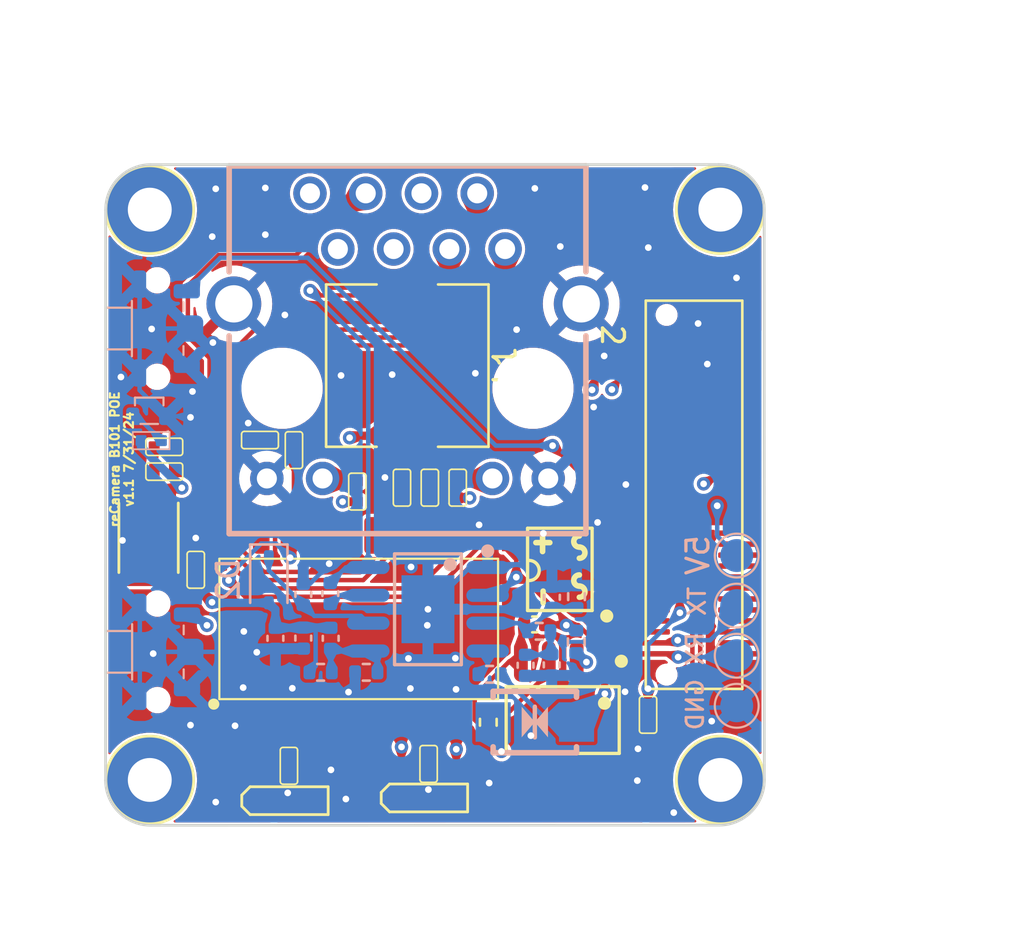
<source format=kicad_pcb>
(kicad_pcb (version 20240108) (generator "pcbnew") (generator_version "8.0")
  (layers (0 "F.Cu" signal) (1 "In1.Cu" signal) (2 "In2.Cu" signal) (31 "B.Cu" signal) (34 "B.Paste" user) (35 "F.Paste" user) (36 "B.SilkS" user "B.Silkscreen") (37 "F.SilkS" user "F.Silkscreen") (38 "B.Mask" user) (39 "F.Mask" user) (44 "Edge.Cuts" user))
  (net 0 "")
  (net 1 "+3V3")
  (net 2 "GND")
  (net 3 "Net-(C3-Pad2)")
  (net 4 "Net-(C4-Pad2)")
  (net 5 "+5V")
  (net 6 "USB_DN")
  (net 7 "USB_DP")
  (net 8 "SDIO_D1{slash}3V3")
  (net 9 "SDIO_D0{slash}3V3")
  (net 10 "SDIO_CLK{slash}3V3")
  (net 11 "SDIO_CMD{slash}3V3")
  (net 12 "SDIO_D3{slash}3V3")
  (net 13 "SDIO_D2{slash}3V3")
  (net 14 "USB_DET")
  (net 15 "DEBUG_UART0_TX")
  (net 16 "GPIO13")
  (net 17 "Net-(D10-+)")
  (net 18 "GPIO12")
  (net 19 "IIC1_SDA")
  (net 20 "IIC2_SCL")
  (net 21 "SDIO_CD{slash}3V3")
  (net 22 "nRESET")
  (net 23 "IIC2_SDA")
  (net 24 "EPHY_TXN")
  (net 25 "EPHY_RXP")
  (net 26 "PWR_WAKEUP1")
  (net 27 "IIC1_SCL")
  (net 28 "EPHY_RXN")
  (net 29 "UPGRAD_KEY{slash}WL_BT_EN")
  (net 30 "DEBUG_UART0_RX")
  (net 31 "EPHY_TXP")
  (net 32 "Net-(C5-Pad2)")
  (net 33 "Net-(C17-Pad2)")
  (net 34 "SD1_CLK")
  (net 35 "SD1_CMD")
  (net 36 "SD1_D0")
  (net 37 "SD1_D1")
  (net 38 "SD1_D2")
  (net 39 "SD1_D3")
  (net 40 "BT_UART1_TX")
  (net 41 "BT_UART1_RX")
  (net 42 "BT_UART1_RTS")
  (net 43 "BT_UART1_CTS")
  (net 49 "SD0_PWR_EN")
  (net 50 "VIN")
  (net 55 "RESERVE1")
  (net 58 "RESERVE2")
  (net 60 "+48V")
  (net 61 "/PHYTXN")
  (net 62 "/PHYTXP")
  (net 63 "/PHYRXP")
  (net 64 "/PHYRXN")
  (net 65 "POE_A2")
  (net 66 "POE_A1")
  (net 68 "Net-(RJ1-G+)")
  (net 71 "Net-(RJ1-Y+)")
  (net 73 "Net-(C10-Pad2)")
  (net 74 "Net-(U3-EN)")
  (net 75 "Net-(D2-K)")
  (net 76 "Net-(U3-BS)")
  (net 77 "Net-(U3-LX)")
  (net 78 "Net-(U3-FB)")
  (net 79 "Net-(U2-CLS)")
  (net 80 "Net-(U2-DET)")
  (net 81 "Net-(U3-RON)")
  (net 85 "GND_POE")
  (footprint "Capacitor_SMD:C0402" (layer "F.Cu") (at 101.21 96.3)
    (property "Reference" "C7" (hide yes))
    (property "Value" "100nF" (hide yes))
  )
  (footprint "Capacitor_SMD:C0402" (layer "F.Cu") (at 105.57 95.99)
    (property "Reference" "R14" (hide yes))
    (property "Value" "75R" (hide yes))
  )
  (footprint "Capacitor_SMD:C0402" (layer "F.Cu") (at 113.3128 98.1528 90)
    (property "Reference" "C5" (hide yes))
    (property "Value" "10nF" (hide yes))
  )
  (footprint "Diode:SOD-323" (layer "F.Cu") (at 106.8955 112.425)
    (property "Reference" "D11" (hide yes))
    (property "Value" "UDD32C03L01" (hide yes))
  )
  (footprint "Connector:BTB60-Male-Female-0.5-17.7x4.4mm" (layer "F.Cu") (at 125.344 98.48 -90)
    (property "Reference" "J1" (hide yes))
    (property "Value" "ST-BTB-058060-A")
  )
  (footprint "Diode:SOD-323" (layer "F.Cu") (at 113.25 112.3)
    (property "Reference" "D12" (hide yes))
    (property "Value" "UDD32C03L01" (hide yes))
  )
  (footprint "Fuse:F1210" (layer "F.Cu") (at 100.49 100.44 -90)
    (property "Reference" "F1" (hide yes))
    (property "Value" "2A")
  )
  (footprint "Capacitor_SMD:C0402" (layer "F.Cu") (at 114.57 98.16 -90)
    (property "Reference" "R12" (hide yes))
    (property "Value" "221" (hide yes))
  )
  (footprint "UM10B:UMB-4_L3.8-W3.6-P2.50-LS4.9-BL" (layer "F.Cu") (at 119.23 101.88 90)
    (property "Reference" "U1" (hide yes))
    (property "Value" "UM10B" (hide yes))
  )
  (footprint "Capacitor:C0402" (layer "F.Cu") (at 106.885 110.835 90)
    (property "Reference" "C3" (hide yes))
    (property "Value" "100nF")
  )
  (footprint "Resistor_SMD:R_0402_1005Metric" (layer "F.Cu") (at 115.97 108.85 90)
    (property "Reference" "R4" (hide yes))
    (property "Value" "1.27k" (hide yes))
  )
  (footprint "Inductor_SMD:L_7.3x7.3_H3.5" (layer "F.Cu") (at 112.28 92.59 -90)
    (property "Reference" "L1")
    (property "Value" "47uH")
  )
  (footprint "Capacitor_SMD:C0402" (layer "F.Cu") (at 101.21 97.43)
    (property "Reference" "C6" (hide yes))
    (property "Value" "10uF" (hide yes))
  )
  (footprint "Capacitor_SMD:C0402" (layer "F.Cu") (at 107.12 96.44 90)
    (property "Reference" "C17" (hide yes))
    (property "Value" "10nF" (hide yes))
  )
  (footprint "Capacitor:C0402" (layer "F.Cu") (at 123.25 108.51 -90)
    (property "Reference" "C9" (hide yes))
    (property "Value" "10pF")
  )
  (footprint "UM10B:SOP-8_L4.9-W3.9-P1.27-LS6.0-BL" (layer "F.Cu") (at 119.36 108.75 180)
    (property "Reference" "U2" (hide yes))
    (property "Value" "XS2100S" (hide yes))
  )
  (footprint "Capacitor_SMD:C0402" (layer "F.Cu") (at 110.01 98.33 90)
    (property "Reference" "R11" (hide yes))
    (property "Value" "221" (hide yes))
  )
  (footprint "Capacitor_SMD:C0402" (layer "F.Cu") (at 112.03 98.16 -90)
    (property "Reference" "R13" (hide yes))
    (property "Value" "75R" (hide yes))
  )
  (footprint "Capacitor_SMD:C_0402_1005Metric" (layer "F.Cu") (at 118.08 104.39 180)
    (property "Reference" "C1" (hide yes))
    (property "Value" "68nF" (hide yes))
  )
  (footprint "Misc:TRF_16p_1d27_12d7x7d15x5d1mm" (layer "F.Cu") (at 110.065 104.595)
    (property "Reference" "T1" (hide yes))
    (property "Value" "KHX1631SR" (hide yes))
  )
  (footprint "Diode_SMD:ESD-0402" (layer "F.Cu") (at 102.64 101.9 90)
    (property "Reference" "D1" (hide yes))
    (property "Value" "ESDPSA0402V05" (hide yes))
  )
  (footprint "Capacitor:C0402" (layer "F.Cu") (at 113.25 110.75 90)
    (property "Reference" "C4" (hide yes))
    (property "Value" "100nF")
  )
  (footprint "Capacitor_SMD:C_0402_1005Metric" (layer "B.Cu") (at 107.54 103.02 -90)
    (property "Reference" "C12" (hide yes))
    (property "Value" "100nF" (hide yes))
  )
  (footprint "Connector:TP" (layer "B.Cu") (at 127.29 105.816666 180)
    (property "Reference" "TP2" (hide yes))
    (property "Value" "Test Point" (hide yes))
  )
  (footprint "Resistor_SMD:R_0402_1005Metric" (layer "B.Cu") (at 116.029 106.663 180)
    (property "Reference" "R8" (hide yes))
    (property "Value" "1M" (hide yes))
  )
  (footprint "Capacitor_SMD:C_0402_1005Metric" (layer "B.Cu") (at 108.77 102.98 90)
    (property "Reference" "C13" (hide yes))
    (property "Value" "100nF" (hide yes))
  )
  (footprint "Capacitor_SMD:C_0402_1005Metric" (layer "B.Cu") (at 107.539 105.013 90)
    (property "Reference" "C16" (hide yes))
    (property "Value" "22uF" (hide yes))
  )
  (footprint "Resistor_SMD:R_0402_1005Metric" (layer "B.Cu") (at 118.289 104.703 180)
    (property "Reference" "R6" (hide yes))
    (property "Value" "270k" (hide yes))
  )
  (footprint "Diode_SMD:D_SOD-323" (layer "B.Cu") (at 105.969 102.3555 -90)
    (property "Reference" "D2")
    (property "Value" "1N4148WS")
  )
  (footprint "Resistor_SMD:R_0402_1005Metric" (layer "B.Cu") (at 119.989 103.123 -90)
    (property "Reference" "R7" (hide yes))
    (property "Value" "75k" (hide yes))
  )
  (footprint "UM10B:SOIC-8_L4.9-W3.9-P1.27-LS6.0-BL-EP" (layer "B.Cu") (at 113.22 103.698 -90)
    (property "Reference" "U3" (hide yes))
    (property "Value" "SY8502FCC" (hide yes))
  )
  (footprint "Capacitor_SMD:C_0402_1005Metric" (layer "B.Cu") (at 106.269 105.023 90)
    (property "Reference" "C15" (hide yes))
    (property "Value" "47uF" (hide yes))
  )
  (footprint "UM10B:SMAF_L3.5-W2.6-LS4.7-BI" (layer "B.Cu") (at 118.09 108.84 180)
    (property "Reference" "D13" (hide yes))
    (property "Value" "SMAFJ58CA" (hide yes))
  )
  (footprint "Capacitor_SMD:C_0402_1005Metric" (layer "B.Cu") (at 118.859 106.233 90)
    (property "Reference" "C10" (hide yes))
    (property "Value" "2.2uF" (hide yes))
  )
  (footprint "Switch:SW5-SMD-4.56X2.3X1.9MM" (layer "B.Cu") (at 100.89 105.64 -90)
    (property "Reference" "K2" (hide yes))
    (property "Value" "TD-1100AP-A4N-D1R" (hide yes))
  )
  (footprint "Diode:LED2-0.6X1.7MM" (layer "B.Cu") (at 100.52 94.9 180)
    (property "Reference" "D10" (hide yes))
    (property "Value" "27-21/GHC-YR1S2M/3C" (hide yes))
  )
  (footprint "Capacitor_SMD:C_0402_1005Metric" (layer "B.Cu") (at 108.789 105.023 90)
    (property "Reference" "C14" (hide yes))
    (property "Value" "100pF" (hide yes))
  )
  (footprint "Resistor_SMD:R_0402_1005Metric" (layer "B.Cu") (at 110.409 106.573)
    (property "Reference" "R10" (hide yes))
    (property "Value" "22k" (hide yes))
  )
  (footprint "Capacitor_SMD:C_0402_1005Metric" (layer "B.Cu") (at 118.869 103.153 -90)
    (property "Reference" "C11" (hide yes))
    (property "Value" "100nF" (hide yes))
  )
  (footprint "Resistor_SMD:R_0402_1005Metric" (layer "B.Cu") (at 119.979 105.183 -90)
    (property "Reference" "R5" (hide yes))
    (property "Value" "24.9k" (hide yes))
  )
  (footprint "Resistor_SMD:R_0402_1005Metric" (layer "B.Cu") (at 108.329 106.573 180)
    (property "Reference" "R9" (hide yes))
    (property "Value" "120k" (hide yes))
  )
  (footprint "Connector:TP" (layer "B.Cu") (at 127.29 108.1 180)
    (property "Reference" "TP3" (hide yes))
    (property "Value" "Test Point" (hide yes))
  )
  (footprint "Switch:SW5-SMD-4.56X2.3X1.9MM" (layer "B.Cu") (at 100.88 90.9 -90)
    (property "Reference" "K1" (hide yes))
    (property "Value" "TD-1100AP-A4N-D1R" (hide yes))
  )
  (footprint "Connector_RJ:R-RJ45S08P-C000" (layer "B.Cu") (at 112.21 91.215 180)
    (property "Reference" "RJ1" (hide yes))
    (property "Value" "~" (hide yes))
  )
  (footprint "Connector:TP" (layer "B.Cu") (at 127.29 103.533333 180)
    (property "Reference" "TP1" (hide yes))
    (property "Value" "Test Point" (hide yes))
  )
  (footprint "Connector:TP" (layer "B.Cu") (at 127.29 101.25 180)
    (property "Reference" "TP4" (hide yes))
    (property "Value" "Test Point" (hide yes))
  )
  (footprint "Resistor:R0402" (layer "B.Cu") (at 100.61 96.01 180)
    (property "Reference" "R1" (hide yes))
    (property "Value" "510R")
  )
  (footprint "Capacitor_SMD:C_0402_1005Metric" (layer "B.Cu") (at 117.669 106.253 90)
    (property "Reference" "C2" (hide yes))
    (property "Value" "2.2uF" (hide yes))
  )
  (gr_circle (center 100.544 111.48) (end 102.544 111.48) (stroke (width 0.127)) (fill none) (layer "F.SilkS"))
  (gr_circle (center 100.544 85.48) (end 102.544 85.48) (stroke (width 0.127)) (fill none) (layer "F.SilkS"))
  (gr_circle (center 126.544 111.48) (end 128.544 111.48) (stroke (width 0.127)) (fill none) (layer "F.SilkS"))
  (gr_circle (center 126.544 85.48) (end 128.544 85.48) (stroke (width 0.127)) (fill none) (layer "F.SilkS"))
  (gr_line (start 100.581868 83.427421) (end 126.467912 83.423988) (stroke (width 0.127)) (layer "Edge.Cuts"))
  (gr_arc (start 98.535856 85.499509) (mid 99.13 84.039999) (end 100.581868 83.427421) (stroke (width 0.127)) (layer "Edge.Cuts"))
  (gr_arc (start 128.546012 111.467912) (mid 127.951868 112.927421) (end 126.5 113.54) (stroke (width 0.127)) (layer "Edge.Cuts"))
  (gr_line (start 126.5 113.54) (end 100.602088 113.546012) (stroke (width 0.127)) (layer "Edge.Cuts"))
  (gr_arc (start 126.467912 83.423988) (mid 127.927421 84.018132) (end 128.54 85.47) (stroke (width 0.127)) (layer "Edge.Cuts"))
  (gr_line (start 98.53 111.5) (end 98.535856 85.499509) (stroke (width 0.127)) (layer "Edge.Cuts"))
  (gr_arc (start 100.602088 113.546012) (mid 99.142578 112.951868) (end 98.53 111.5) (stroke (width 0.127)) (layer "Edge.Cuts"))
  (gr_line (start 128.54 85.47) (end 128.546012 111.467912) (stroke (width 0.127)) (layer "Edge.Cuts"))
  (gr_text "TX" (at 125.93 103.34 90) (layer "B.SilkS") (effects (font (size 0.762 0.762) (thickness 0.127)) (justify bottom mirror)))
  (gr_text "GND" (at 125.84 108.045 90) (layer "B.SilkS") (effects (font (size 0.762 0.762) (thickness 0.127)) (justify bottom mirror)))
  (gr_text "RX" (at 125.84 105.505 90) (layer "B.SilkS") (effects (font (size 0.762 0.762) (thickness 0.127)) (justify bottom mirror)))
  (gr_text "reCamera B101 POE\nv1.1 7/31/24" (at 99.83 96.86 90) (layer "F.SilkS") (effects (font (size 0.4 0.4) (thickness 0.1)) (justify bottom)))
  (via (at 126.544 85.48) (size 4) (drill 2) (layers "F.Cu" "B.Cu") (net 0))
  (via (at 100.544 85.48) (size 4) (drill 2) (layers "F.Cu" "B.Cu") (net 0))
  (via (at 100.544 111.48) (size 4) (drill 2) (layers "F.Cu" "B.Cu") (net 0))
  (via (at 126.544 111.48) (size 4) (drill 2) (layers "F.Cu" "B.Cu") (net 0))
  (segment (start 126.03 97.73) (end 125.78 97.98) (width 0.2032) (layer "F.Cu") (net 1))
  (segment (start 127.344 97.73) (end 126.03 97.73) (width 0.2032) (layer "F.Cu") (net 1))
  (via (at 125.78 97.98) (size 0.6096) (drill 0.3048) (layers "F.Cu" "B.Cu") (net 1))
  (segment (start 123.25 109.6) (end 123.25 108.9725) (width 0.2032) (layer "F.Cu") (net 2))
  (segment (start 117.455 111.432) (end 117.455 110.845) (width 0.2032) (layer "F.Cu") (net 2))
  (segment (start 123.344 93.73) (end 122.444001 93.73) (width 0.2032) (layer "F.Cu") (net 2))
  (segment (start 126.444001 97.23) (end 127.344 97.23) (width 0.2032) (layer "F.Cu") (net 2))
  (segment (start 117.455 109.975) (end 117.47 109.99) (width 0.2032) (layer "F.Cu") (net 2))
  (segment (start 105.1039 96.9589) (end 105.1039 95.9836) (width 0.2032) (layer "F.Cu") (net 2))
  (segment (start 117.47 109.99) (end 117.455 110.005) (width 0.2032) (layer "F.Cu") (net 2))
  (segment (start 126.24 92.23) (end 127.344 92.23) (width 0.2032) (layer "F.Cu") (net 2))
  (segment (start 99.3 100.56) (end 99.37 100.56) (width 0.2032) (layer "F.Cu") (net 2))
  (segment (start 126.11 96.895999) (end 126.444001 97.23) (width 0.2032) (layer "F.Cu") (net 2))
  (segment (start 121.25 92.15) (end 121.33 92.23) (width 0.2032) (layer "F.Cu") (net 2))
  (segment (start 122.455 98.23) (end 122.2375 98.0125) (width 0.1524) (layer "F.Cu") (net 2))
  (segment (start 117.455 110.005) (end 117.455 111.432) (width 0.2032) (layer "F.Cu") (net 2))
  (segment (start 123.344 93.73) (end 124.121488 93.73) (width 0.2032) (layer "F.Cu") (net 2))
  (segment (start 125.95 92.52) (end 126.24 92.23) (width 0.2032) (layer "F.Cu") (net 2))
  (segment (start 122.52 97.73) (end 123.344 97.73) (width 0.2032) (layer "F.Cu") (net 2))
  (segment (start 122.09 104.1916) (end 122.09 107.35) (width 0.2032) (layer "F.Cu") (net 2))
  (segment (start 105.88 97.735) (end 105.1039 96.9589) (width 0.2032) (layer "F.Cu") (net 2))
  (segment (start 123.344 98.23) (end 122.455 98.23) (width 0.1524) (layer "F.Cu") (net 2))
  (segment (start 123.344 104.23) (end 122.43 104.23) (width 0.2032) (layer "F.Cu") (net 2))
  (segment (start 122.2 107.46) (end 122.2408 107.5008) (width 0.2032) (layer "F.Cu") (net 2))
  (segment (start 121.33 92.23) (end 123.344 92.23) (width 0.2032) (layer "F.Cu") (net 2))
  (segment (start 122.09 107.35) (end 122.2 107.46) (width 0.2032) (layer "F.Cu") (net 2))
  (segment (start 122.13 103.57) (end 122.47 103.23) (width 0.2032) (layer "F.Cu") (net 2))
  (segment (start 122.2375 98.0125) (end 122.52 97.73) (width 0.2032) (layer "F.Cu") (net 2))
  (segment (start 126.11 93.895999) (end 126.11 96.895999) (width 0.2032) (layer "F.Cu") (net 2))
  (segment (start 102.06 97.3875) (end 102.0939 97.3536) (width 0.2032) (layer "F.Cu") (net 2))
  (segment (start 102.0939 97.3536) (end 102.0939 96.2236) (width 0.381) (layer "F.Cu") (net 2))
  (segment (start 106.885 112.015) (end 106.83 112.07) (width 0.2032) (layer "F.Cu") (net 2))
  (segment (start 124.121488 92.23) (end 123.344 92.23) (width 0.2032) (layer "F.Cu") (net 2))
  (segment (start 113.24 111.92) (end 113.24 111.91) (width 0.2032) (layer "F.Cu") (net 2))
  (segment (start 122.43 104.23) (end 122.2408 104.0408) (width 0.2032) (layer "F.Cu") (net 2))
  (segment (start 126.11 93.895999) (end 126.444001 94.23) (width 0.2032) (layer "F.Cu") (net 2))
  (segment (start 122.444001 93.73) (end 121.764001 94.41) (width 0.2032) (layer "F.Cu") (net 2))
  (segment (start 123.0225 108.9725) (end 123.25 108.9725) (width 0.2032) (layer "F.Cu") (net 2))
  (segment (start 122.47 103.23) (end 123.344 103.23) (width 0.2032) (layer "F.Cu") (net 2))
  (segment (start 113.25 111.92) (end 113.24 111.92) (width 0.2032) (layer "F.Cu") (net 2))
  (segment (start 111.2639 97.6939) (end 111.26 97.69) (width 0.2032) (layer "F.Cu") (net 2))
  (segment (start 122.2408 107.5008) (end 122.2408 108.1908) (width 0.2032) (layer "F.Cu") (net 2))
  (segment (start 122.2408 104.0408) (end 122.13 103.93) (width 0.2032) (layer "F.Cu") (net 2))
  (segment (start 102.64 101.44) (end 102.64 100.45) (width 0.2032) (layer "F.Cu") (net 2))
  (segment (start 112.0364 97.6939) (end 111.2639 97.6939) (width 0.2032) (layer "F.Cu") (net 2))
  (segment (start 106.885 111.2975) (end 106.885 112.015) (width 0.2032) (layer "F.Cu") (net 2))
  (segment (start 121.764001 94.41) (end 120.79 94.41) (width 0.2032) (layer "F.Cu") (net 2))
  (segment (start 125.95 92.52) (end 126.11 92.68) (width 0.2032) (layer "F.Cu") (net 2))
  (segment (start 126.11 92.68) (end 126.11 93.895999) (width 0.2032) (layer "F.Cu") (net 2))
  (segment (start 113.25 111.2125) (end 113.25 111.92) (width 0.2032) (layer "F.Cu") (net 2))
  (segment (start 122.2408 104.0408) (end 122.09 104.1916) (width 0.2032) (layer "F.Cu") (net 2))
  (segment (start 122.13 103.93) (end 122.13 103.57) (width 0.2032) (layer "F.Cu") (net 2))
  (segment (start 122.2408 108.1908) (end 123.0225 108.9725) (width 0.2032) (layer "F.Cu") (net 2))
  (segment (start 126.444001 94.23) (end 127.344 94.23) (width 0.2032) (layer "F.Cu") (net 2))
  (segment (start 122.79 110.06) (end 123.25 109.6) (width 0.2032) (layer "F.Cu") (net 2))
  (segment (start 113.24 111.91) (end 113.28 111.95) (width 0.2032) (layer "F.Cu") (net 2))
  (via (at 103.39 86.71) (size 0.6096) (drill 0.3048) (layers "F.Cu" "B.Cu") (net 2))
  (via (at 111.26 97.69) (size 0.6096) (drill 0.3048) (layers "F.Cu" "B.Cu") (net 2))
  (via (at 103.42 91.54) (size 0.6096) (drill 0.3048) (layers "F.Cu" "B.Cu") (net 2))
  (via (at 105.03 95.21) (size 0.6096) (drill 0.3048) (layers "F.Cu" "B.Cu") (net 2))
  (via (at 105.81 84.49) (size 0.6096) (drill 0.3048) (layers "F.Cu" "B.Cu") (net 2))
  (via (at 122.76 111.51) (size 0.6096) (drill 0.3048) (layers "F.Cu" "B.Cu") (net 2))
  (via (at 126.15 108.8) (size 0.6096) (drill 0.3048) (layers "F.Cu" "B.Cu") (net 2))
  (via (at 105.81 86.62) (size 0.6096) (drill 0.3048) (layers "F.Cu" "B.Cu") (net 2))
  (via (at 104.83 104.71) (size 0.6096) (drill 0.3048) (layers "F.Cu" "B.Cu") (net 2))
  (via (at 113.24 111.92) (size 0.6096) (drill 0.3048) (layers "F.Cu" "B.Cu") (net 2))
  (via (at 104.8 107.27) (size 0.6096) (drill 0.3048) (layers "F.Cu" "B.Cu") (net 2))
  (via (at 112.45 101.77) (size 0.6096) (drill 0.3048) (layers "F.Cu" "B.Cu") (net 2))
  (via (at 116.01 111.62) (size 0.6096) (drill 0.3048) (layers "F.Cu" "B.Cu") (net 2))
  (via (at 108.72 101.62) (size 0.6096) (drill 0.3048) (layers "F.Cu" "B.Cu") (net 2))
  (via (at 99.3 100.56) (size 0.6096) (drill 0.3048) (layers "F.Cu" "B.Cu") (net 2))
  (via (at 102.64 100.45) (size 0.6096) (drill 0.3048) (layers "F.Cu" "B.Cu") (net 2))
  (via (at 111.59 93) (size 0.6096) (drill 0.3048) (layers "F.Cu" "B.Cu") (net 2))
  (via (at 122.2 107.46) (size 0.6096) (drill 0.3048) (layers "F.Cu" "B.Cu") (net 2))
  (via (at 100.63 90.92) (size 0.6096) (drill 0.3048) (layers "F.Cu" "B.Cu") (net 2))
  (via (at 118.09 84.51) (size 0.6096) (drill 0.3048) (layers "F.Cu" "B.Cu") (net 2))
  (via (at 100.7 105.72) (size 0.6096) (drill 0.3048) (layers "F.Cu" "B.Cu") (net 2))
  (via (at 123.11 84.47) (size 0.6096) (drill 0.3048) (layers "F.Cu" "B.Cu") (net 2))
  (via (at 120.77 94.48) (size 0.6096) (drill 0.3048) (layers "F.Cu" "B.Cu") (net 2))
  (via (at 120.95 99.74) (size 0.6096) (drill 0.3048) (layers "F.Cu" "B.Cu") (net 2))
  (via (at 107.04 107.3) (size 0.6096) (drill 0.3048) (layers "F.Cu" "B.Cu") (net 2))
  (via (at 113.19 104.43) (size 0.6096) (drill 0.3048) (layers "F.Cu" "B.Cu") (net 2))
  (via (at 112.42 107.31) (size 0.6096) (drill 0.3048) (layers "F.Cu" "B.Cu") (net 2))
  (via (at 117.91 109.46) (size 0.6096) (drill 0.3048) (layers "F.Cu" "B.Cu") (net 2))
  (via (at 115.55 99.85) (size 0.6096) (drill 0.3048) (layers "F.Cu" "B.Cu") (net 2))
  (via (at 109.26 93.04) (size 0.6096) (drill 0.3048) (layers "F.Cu" "B.Cu") (net 2))
  (via (at 108.8 111.02) (size 0.6096) (drill 0.3048) (layers "F.Cu" "B.Cu") (net 2))
  (via (at 106.7 90.28) (size 0.6096) (drill 0.3048) (layers "F.Cu" "B.Cu") (net 2))
  (via (at 115.38 92.94) (size 0.6096) (drill 0.3048) (layers "F.Cu" "B.Cu") (net 2))
  (via (at 121.25 92.15) (size 0.6096) (drill 0.3048) (layers "F.Cu" "B.Cu") (net 2))
  (via (at 125.95 92.52) (size 0.6096) (drill 0.3048) (layers "F.Cu" "B.Cu") (net 2))
  (via (at 113.22 103.698) (size 0.6096) (drill 0.3048) (layers "F.Cu" "B.Cu") (net 2))
  (via (at 122.2375 98.0125) (size 0.6096) (drill 0.3048) (layers "F.Cu" "B.Cu") (net 2))
  (via (at 114.47 105.93) (size 0.6096) (drill 0.3048) (layers "F.Cu" "B.Cu") (net 2))
  (via (at 127.28 88.59) (size 0.6096) (drill 0.3048) (layers "F.Cu" "B.Cu") (net 2))
  (via (at 103.55 112.49) (size 0.6096) (drill 0.3048) (layers "F.Cu" "B.Cu") (net 2))
  (via (at 119.25 87.16) (size 0.6096) (drill 0.3048) (layers "F.Cu" "B.Cu") (net 2))
  (via (at 102.4 108.98) (size 0.6096) (drill 0.3048) (layers "F.Cu" "B.Cu") (net 2))
  (via (at 99.23 93.11) (size 0.6096) (drill 0.3048) (layers "F.Cu" "B.Cu") (net 2))
  (via (at 125.53 90.67) (size 0.6096) (drill 0.3048) (layers "F.Cu" "B.Cu") (net 2))
  (via (at 112.33 105.94) (size 0.6096) (drill 0.3048) (layers "F.Cu" "B.Cu") (net 2))
  (via (at 118.48 100.24) (size 0.6096) (drill 0.3048) (layers "F.Cu" "B.Cu") (net 2))
  (via (at 124.42 112.97) (size 0.6096) (drill 0.3048) (layers "F.Cu" "B.Cu") (net 2))
  (via (at 106.83 112.07) (size 0.6096) (drill 0.3048) (layers "F.Cu" "B.Cu") (net 2))
  (via (at 109.6 107.475) (size 0.6096) (drill 0.3048) (layers "F.Cu" "B.Cu") (net 2))
  (via (at 105.42 105.66) (size 0.6096) (drill 0.3048) (layers "F.Cu" "B.Cu") (net 2))
  (via (at 104.43 109.01) (size 0.6096) (drill 0.3048) (layers "F.Cu" "B.Cu") (net 2))
  (via (at 103.55 84.53) (size 0.6096) (drill 0.3048) (layers "F.Cu" "B.Cu") (net 2))
  (via (at 123.26 87.21) (size 0.6096) (drill 0.3048) (layers "F.Cu" "B.Cu") (net 2))
  (via (at 114.5 107.35) (size 0.6096) (drill 0.3048) (layers "F.Cu" "B.Cu") (net 2))
  (via (at 122.79 110.06) (size 0.6096) (drill 0.3048) (layers "F.Cu" "B.Cu") (net 2))
  (via (at 102.4 94.95) (size 0.6096) (drill 0.3048) (layers "F.Cu" "B.Cu") (net 2))
  (via (at 102.49 93.77) (size 0.6096) (drill 0.3048) (layers "F.Cu" "B.Cu") (net 2))
  (via (at 109.48 112.35) (size 0.6096) (drill 0.3048) (layers "F.Cu" "B.Cu") (net 2))
  (via (at 117.26 90.95) (size 0.6096) (drill 0.3048) (layers "F.Cu" "B.Cu") (net 2))
  (segment (start 107.84 102.54) (end 108.72 101.66) (width 0.2032) (layer "B.Cu") (net 2))
  (segment (start 99.2668 102.7918) (end 100.09 103.615) (width 0.2032) (layer "B.Cu") (net 2))
  (segment (start 125.95 92.52) (end 126.1 92.37) (width 0.2032) (layer "B.Cu") (net 2))
  (segment (start 118.839 106.733) (end 118.859 106.713) (width 0.2032) (layer "B.Cu") (net 2))
  (segment (start 122.2375 98.0125) (end 122.17 98.08) (width 0.2032) (layer "B.Cu") (net 2))
  (segment (start 118.859 102.663) (end 118.869 102.673) (width 0.2032) (layer "B.Cu") (net 2))
  (segment (start 108.72 101.62) (end 108.76 101.62) (width 0.2032) (layer "B.Cu") (net 2))
  (segment (start 100.61 90.9) (end 100.53 90.9) (width 0.2032) (layer "B.Cu") (net 2))
  (segment (start 106.132 105.64) (end 106.269 105.503) (width 0.2032) (layer "B.Cu") (net 2))
  (segment (start 100.65 90.9) (end 100.63 90.92) (width 0.2032) (layer "B.Cu") (net 2))
  (segment (start 100.31 90.68) (end 100.08 90.45) (width 0.2032) (layer "B.Cu") (net 2))
  (segment (start 119.006 106.86) (end 118.859 106.713) (width 0.2032) (layer "B.Cu") (net 2))
  (segment (start 125.3225 93.1475) (end 122.9275 93.1475) (width 0.2032) (layer "B.Cu") (net 2))
  (segment (start 102.35 94.9) (end 102.4 94.95) (width 0.2032) (layer "B.Cu") (net 2))
  (segment (start 108.76 101.62) (end 108.75 101.63) (width 0.2032) (layer "B.Cu") (net 2))
  (segment (start 122.79 110.06) (end 123.788421 110.06) (width 0.2032) (layer "B.Cu") (net 2))
  (segment (start 105.44 105.64) (end 106.132 105.64) (width 0.2032) (layer "B.Cu") (net 2))
  (segment (start 102.39 105.64) (end 105.4 105.64) (width 0.2032) (layer "B.Cu") (net 2))
  (segment (start 125.95 92.52) (end 125.3225 93.1475) (width 0.2032) (layer "B.Cu") (net 2))
  (segment (start 122.79 108.171579) (end 121.478421 106.86) (width 0.2032) (layer "B.Cu") (net 2))
  (segment (start 100.08 90.45) (end 100.08 88.875) (width 0.2032) (layer "B.Cu") (net 2))
  (segment (start 109.6 107.475) (end 109.899 107.176) (width 0.2032) (layer "B.Cu") (net 2))
  (segment (start 108.72 101.66) (end 108.72 101.62) (width 0.2032) (layer "B.Cu") (net 2))
  (segment (start 122.12 98.13) (end 122.2375 98.0125) (width 0.2032) (layer "B.Cu") (net 2))
  (segment (start 115.125 101.793) (end 113.22 103.698) (width 0.2032) (layer "B.Cu") (net 2))
  (segment (start 102.39 105.64) (end 100.54 105.64) (width 0.2032) (layer "B.Cu") (net 2))
  (segment (start 126.836 108.18) (end 126.85 108.166) (width 0.2032) (layer "B.Cu") (net 2))
  (segment (start 100.09 103.615) (end 100.09 107.665) (width 0.2032) (layer "B.Cu") (net 2))
  (segment (start 123.788421 110.06) (end 125.668421 108.18) (width 0.2032) (layer "B.Cu") (net 2))
  (segment (start 107.54 102.54) (end 107.84 102.54) (width 0.2032) (layer "B.Cu") (net 2))
  (segment (start 105.4 105.64) (end 105.42 105.66) (width 0.2032) (layer "B.Cu") (net 2))
  (segment (start 102.23 92.6) (end 100.31 90.68) (width 0.2032) (layer "B.Cu") (net 2))
  (segment (start 107.529 105.503) (end 107.539 105.493) (width 0.2032) (layer "B.Cu") (net 2))
  (segment (start 115.941 101.793) (end 115.125 101.793) (width 0.2032) (layer "B.Cu") (net 2))
  (segment (start 99.3 100.56) (end 99.2668 100.5932) (width 0.2032) (layer "B.Cu") (net 2))
  (segment (start 101.27 94.9) (end 102.35 94.9) (width 0.2032) (layer "B.Cu") (net 2))
  (segment (start 99.15 100.41) (end 99.3 100.56) (width 0.2032) (layer "B.Cu") (net 2))
  (segment (start 105.42 105.66) (end 105.44 105.64) (width 0.2032) (layer "B.Cu") (net 2))
  (segment (start 101.27 94.9) (end 100.08 93.71) (width 0.2032) (layer "B.Cu") (net 2))
  (segment (start 102.39 107.19) (end 102.24 107.34) (width 0.2032) (layer "B.Cu") (net 2))
  (segment (start 102.24 107.34) (end 100.7 105.8) (width 0.2032) (layer "B.Cu") (net 2))
  (segment (start 122.945 110.06) (end 123.244 109.761) (width 0.2032) (layer "B.Cu") (net 2))
  (segment (start 119.929 102.673) (end 119.989 102.613) (width 0.2032) (layer "B.Cu") (net 2))
  (segment (start 122.79 110.06) (end 122.79 108.171579) (width 0.2032) (layer "B.Cu") (net 2))
  (segment (start 100.08 88.875) (end 100.08 92.925) (width 0.2032) (layer "B.Cu") (net 2))
  (segment (start 102.38 90.9) (end 100.65 90.9) (width 0.2032) (layer "B.Cu") (net 2))
  (segment (start 109.899 107.176) (end 109.899 106.573) (width 0.2032) (layer "B.Cu") (net 2))
  (segment (start 122.17 98.08) (end 122.17 98.14) (width 0.2032) (layer "B.Cu") (net 2))
  (segment (start 100.54 105.64) (end 100.09 105.19) (width 0.2032) (layer "B.Cu") (net 2))
  (segment (start 99.2668 100.5932) (end 99.2668 102.7918) (width 0.2032) (layer "B.Cu") (net 2))
  (segment (start 100.7 105.8) (end 100.7 105.72) (width 0.2032) (layer "B.Cu") (net 2))
  (segment (start 122.12 98.19) (end 122.12 98.13) (width 0.2032) (layer "B.Cu") (net 2))
  (segment (start 117.669 106.733) (end 118.839 106.733) (width 0.2032) (layer "B.Cu") (net 2))
  (segment (start 118.869 102.673) (end 119.929 102.673) (width 0.2032) (layer "B.Cu") (net 2))
  (segment (start 99.15 93.855) (end 99.15 100.41) (width 0.2032) (layer "B.Cu") (net 2))
  (segment (start 100.09 105.19) (end 100.09 103.615) (width 0.2032) (layer "B.Cu") (net 2))
  (segment (start 113.22 102.33) (end 113.22 103.698) (width 0.2032) (layer "B.Cu") (net 2))
  (segment (start 121.478421 106.86) (end 119.006 106.86) (width 0.2032) (layer "B.Cu") (net 2))
  (segment (start 106.269 105.503) (end 107.529 105.503) (width 0.2032) (layer "B.Cu") (net 2))
  (segment (start 115.941 101.793) (end 116.819 101.793) (width 0.2032) (layer "B.Cu") (net 2))
  (segment (start 100.08 92.925) (end 99.15 93.855) (width 0.2032) (layer "B.Cu") (net 2))
  (segment (start 121.93 92.15) (end 121.25 92.15) (width 0.2032) (layer "B.Cu") (net 2))
  (segment (start 100.7 105.72) (end 100.62 105.72) (width 0.2032) (layer "B.Cu") (net 2))
  (segment (start 100.62 105.72) (end 100.54 105.64) (width 0.2032) (layer "B.Cu") (net 2))
  (segment (start 100.08 93.71) (end 100.08 92.925) (width 0.2032) (layer "B.Cu") (net 2))
  (segment (start 125.668421 108.18) (end 126.836 108.18) (width 0.2032) (layer "B.Cu") (net 2))
  (segment (start 100.63 90.92) (end 100.61 90.9) (width 0.2032) (layer "B.Cu") (net 2))
  (segment (start 122.9275 93.1475) (end 121.93 92.15) (width 0.2032) (layer "B.Cu") (net 2))
  (segment (start 100.53 90.9) (end 100.31 90.68) (width 0.2032) (layer "B.Cu") (net 2))
  (segment (start 122.79 110.06) (end 122.945 110.06) (width 0.2032) (layer "B.Cu") (net 2))
  (segment (start 106.885 108.865) (end 106.89 108.86) (width 0.2032) (layer "F.Cu") (net 3))
  (segment (start 106.885 110.3725) (end 106.885 108.865) (width 0.2032) (layer "F.Cu") (net 3))
  (segment (start 113.24 108.86) (end 113.24 110.3475) (width 0.2032) (layer "F.Cu") (net 4))
  (segment (start 113.24 110.3475) (end 113.245 110.3525) (width 0.2032) (layer "F.Cu") (net 4))
  (segment (start 100.49 102.04) (end 102.315 102.04) (width 0.381) (layer "F.Cu") (net 5))
  (segment (start 102.64 102.365) (end 102.64 102.64) (width 0.381) (layer "F.Cu") (net 5))
  (segment (start 102.315 102.04) (end 102.64 102.365) (width 0.381) (layer "F.Cu") (net 5))
  (segment (start 109.65 95.88) (end 109.74 95.79) (width 0.381) (layer "F.Cu") (net 5))
  (segment (start 109.74 95.79) (end 112.28 95.79) (width 0.381) (layer "F.Cu") (net 5))
  (segment (start 102.64 102.64) (end 103.38 103.38) (width 0.381) (layer "F.Cu") (net 5))
  (via (at 103.38 103.38) (size 0.6096) (drill 0.3048) (layers "F.Cu" "B.Cu") (net 5))
  (via (at 109.65 95.88) (size 0.6096) (drill 0.3048) (layers "F.Cu" "B.Cu") (net 5))
  (segment (start 107.539 104.533) (end 108.15 104.533) (width 0.381) (layer "B.Cu") (net 5))
  (segment (start 107.819 106.573) (end 108.103 106.289) (width 0.2032) (layer "B.Cu") (net 5))
  (segment (start 106.269 104.543) (end 106.269 103.7055) (width 0.381) (layer "B.Cu") (net 5))
  (segment (start 108.103 106.289) (end 108.103 104.58) (width 0.2032) (layer "B.Cu") (net 5))
  (segment (start 106.269 104.543) (end 107.529 104.543) (width 0.381) (layer "B.Cu") (net 5))
  (segment (start 105.969 103.4055) (end 103.4055 103.4055) (width 0.381) (layer "B.Cu") (net 5))
  (segment (start 108.15 104.533) (end 108.779 104.533) (width 0.381) (layer "B.Cu") (net 5))
  (segment (start 108.103 104.58) (end 108.15 104.533) (width 0.2032) (layer "B.Cu") (net 5))
  (segment (start 108.779 104.533) (end 108.789 104.543) (width 0.2032) (layer "B.Cu") (net 5))
  (segment (start 106.269 103.7055) (end 105.969 103.4055) (width 0.381) (layer "B.Cu") (net 5))
  (segment (start 107.529 104.543) (end 107.539 104.533) (width 0.2032) (layer "B.Cu") (net 5))
  (segment (start 103.4055 103.4055) (end 103.38 103.38) (width 0.2032) (layer "B.Cu") (net 5))
  (segment (start 124.6 105.11) (end 124.48 105.23) (width 0.2032) (layer "F.Cu") (net 15))
  (segment (start 124.48 105.23) (end 123.344 105.23) (width 0.2032) (layer "F.Cu") (net 15))
  (via (at 124.6 105.11) (size 0.6096) (drill 0.3048) (layers "F.Cu" "B.Cu") (net 15))
  (segment (start 126.89 104.3) (end 126.89 103.1) (width 0.2032) (layer "B.Cu") (net 15))
  (segment (start 124.6 105.11) (end 126.08 105.11) (width 0.2032) (layer "B.Cu") (net 15))
  (segment (start 126.08 105.11) (end 126.89 104.3) (width 0.2032) (layer "B.Cu") (net 15))
  (segment (start 99.9625 94.9) (end 101.0725 96.01) (width 0.2032) (layer "B.Cu") (net 17))
  (segment (start 99.77 94.9) (end 99.9625 94.9) (width 0.2032) (layer "B.Cu") (net 17))
  (segment (start 118.9 96.24) (end 121.89 99.23) (width 0.2032) (layer "F.Cu") (net 22))
  (segment (start 121.89 99.23) (end 123.344 99.23) (width 0.2032) (layer "F.Cu") (net 22))
  (via (at 118.9 96.24) (size 0.6096) (drill 0.3048) (layers "F.Cu" "B.Cu") (net 22))
  (segment (start 103.755201 87.674799) (end 102.23 89.2) (width 0.2032) (layer "B.Cu") (net 22))
  (segment (start 118.9 96.24) (end 116.31 96.24) (width 0.2032) (layer "B.Cu") (net 22))
  (segment (start 116.31 96.24) (end 107.744799 87.674799) (width 0.2032) (layer "B.Cu") (net 22))
  (segment (start 107.744799 87.674799) (end 103.755201 87.674799) (width 0.2032) (layer "B.Cu") (net 22))
  (segment (start 108.0955 112.425) (end 108.0955 112.605) (width 0.2032) (layer "F.Cu") (net 24))
  (segment (start 122.646 112.954) (end 123.778 111.822) (width 0.2032) (layer "F.Cu") (net 24))
  (segment (start 123.778 109.522) (end 125.27 108.03) (width 0.2032) (layer "F.Cu") (net 24))
  (segment (start 123.778 111.822) (end 123.778 109.522) (width 0.2032) (layer "F.Cu") (net 24))
  (segment (start 124.72 98.45) (end 124.72 91.84) (width 0.2032) (layer "F.Cu") (net 24))
  (segment (start 108.16 108.86) (end 108.16 112.5405) (width 0.2032) (layer "F.Cu") (net 24))
  (segment (start 125.27 99) (end 124.72 98.45) (width 0.2032) (layer "F.Cu") (net 24))
  (segment (start 124.61 91.73) (end 123.344 91.73) (width 0.2032) (layer "F.Cu") (net 24))
  (segment (start 123.344 91.73) (end 124.119 91.73) (width 0.2032) (layer "F.Cu") (net 24))
  (segment (start 125.27 108.03) (end 125.27 99) (width 0.2032) (layer "F.Cu") (net 24))
  (segment (start 124.72 91.84) (end 124.61 91.73) (width 0.2032) (layer "F.Cu") (net 24))
  (segment (start 108.16 112.5405) (end 108.0955 112.605) (width 0.2032) (layer "F.Cu") (net 24))
  (segment (start 108.4445 112.954) (end 122.646 112.954) (width 0.2032) (layer "F.Cu") (net 24))
  (segment (start 108.0955 112.605) (end 108.4445 112.954) (width 0.2032) (layer "F.Cu") (net 24))
  (segment (start 112.015 109.975) (end 112.015 112.585) (width 0.2032) (layer "F.Cu") (net 25))
  (segment (start 112.015 108.905) (end 111.97 108.86) (width 0.2032) (layer "F.Cu") (net 25))
  (segment (start 121.35 92.73) (end 120.697253 93.382747) (width 0.25) (layer "F.Cu") (net 25))
  (segment (start 123.344 92.73) (end 121.35 92.73) (width 0.25) (layer "F.Cu") (net 25))
  (segment (start 120.697253 93.382747) (end 120.697253 93.697253) (width 0.25) (layer "F.Cu") (net 25))
  (segment (start 120.697253 93.697253) (end 120.697253 93.571695) (width 0.2032) (layer "F.Cu") (net 25))
  (segment (start 112.015 109.975) (end 112.015 108.905) (width 0.2032) (layer "F.Cu") (net 25))
  (via (at 120.697253 93.697253) (size 0.6096) (drill 0.3048) (layers "F.Cu" "B.Cu") (net 25))
  (via (at 112.015 109.975) (size 0.6096) (drill 0.3048) (layers "F.Cu" "B.Cu") (net 25))
  (segment (start 121.93 93.23) (end 121.6 93.56) (width 0.2032) (layer "F.Cu") (net 28))
  (segment (start 114.51 110.08) (end 114.51 112.49) (width 0.2032) (layer "F.Cu") (net 28))
  (segment (start 121.6 93.56) (end 121.6 93.68) (width 0.2032) (layer "F.Cu") (net 28))
  (segment (start 121.48 93.68) (end 121.54 93.62) (width 0.2032) (layer "F.Cu") (net 28))
  (segment (start 114.51 108.86) (end 114.51 110.08) (width 0.2032) (layer "F.Cu") (net 28))
  (segment (start 123.344 93.23) (end 121.93 93.23) (width 0.2032) (layer "F.Cu") (net 28))
  (segment (start 121.6 93.68) (end 121.48 93.68) (width 0.2032) (layer "F.Cu") (net 28))
  (via (at 121.6 93.68) (size 0.6096) (drill 0.3048) (layers "F.Cu" "B.Cu") (net 28))
  (via (at 114.51 110.08) (size 0.6096) (drill 0.3048) (layers "F.Cu" "B.Cu") (net 28))
  (segment (start 124.69 103.85) (end 124.7 103.86) (width 0.2032) (layer "F.Cu") (net 29))
  (segment (start 124.69 100.176001) (end 124.69 103.85) (width 0.2032) (layer "F.Cu") (net 29))
  (segment (start 123.25 107.32) (end 123.25 108.0475) (width 0.2032) (layer "F.Cu") (net 29))
  (segment (start 124.243999 99.73) (end 124.69 100.176001) (width 0.2032) (layer "F.Cu") (net 29))
  (segment (start 123.19 108) (end 123.244 108.054) (width 0.2032) (layer "F.Cu") (net 29))
  (segment (start 124.7 103.86) (end 124.8 103.89) (width 0.2032) (layer "F.Cu") (net 29))
  (segment (start 123.344 99.73) (end 124.243999 99.73) (width 0.2032) (layer "F.Cu") (net 29))
  (via (at 123.25 107.32) (size 0.6096) (drill 0.3048) (layers "F.Cu" "B.Cu") (net 29))
  (via (at 103.15 104.43) (size 0.6096) (drill 0.3048) (layers "F.Cu" "B.Cu") (net 29))
  (via (at 124.7 103.86) (size 0.6096) (drill 0.3048) (layers "F.Cu" "B.Cu") (net 29))
  (segment (start 124.7 103.86) (end 123.25 105.31) (width 0.2032) (layer "B.Cu") (net 29))
  (segment (start 102.66 103.94) (end 103.15 104.43) (width 0.2032) (layer "B.Cu") (net 29))
  (segment (start 123.25 107.32) (end 123.25 107.33) (width 0.2032) (layer "B.Cu") (net 29))
  (segment (start 123.25 105.31) (end 123.25 107.32) (width 0.2032) (layer "B.Cu") (net 29))
  (segment (start 102.24 103.94) (end 102.66 103.94) (width 0.2032) (layer "B.Cu") (net 29))
  (segment (start 123.344 105.73) (end 124.47 105.73) (width 0.2032) (layer "F.Cu") (net 30))
  (segment (start 124.47 105.73) (end 124.62 105.88) (width 0.2032) (layer "F.Cu") (net 30))
  (via (at 124.62 105.88) (size 0.6096) (drill 0.3048) (layers "F.Cu" "B.Cu") (net 30))
  (segment (start 126.61 105.88) (end 126.89 105.6) (width 0.2032) (layer "B.Cu") (net 30))
  (segment (start 124.62 105.88) (end 126.61 105.88) (width 0.2032) (layer "B.Cu") (net 30))
  (segment (start 105.62 112.5295) (end 105.6955 112.605) (width 0.2032) (layer "F.Cu") (net 31))
  (segment (start 122.947775 113.312225) (end 106.406565 113.316065) (width 0.2032) (layer "F.Cu") (net 31))
  (segment (start 123.344 91.23) (end 124.76 91.23) (width 0.2032) (layer "F.Cu") (net 31))
  (segment (start 125.6256 108.3244) (end 124.17 109.78) (width 0.2032) (layer "F.Cu") (net 31))
  (segment (start 124.17 112.09) (end 122.947775 113.312225) (width 0.2032) (layer "F.Cu") (net 31))
  (segment (start 125.6256 98.6856) (end 125.6256 108.3244) (width 0.2032) (layer "F.Cu") (net 31))
  (segment (start 125.11 98.17) (end 125.6256 98.6856) (width 0.2032) (layer "F.Cu") (net 31))
  (segment (start 105.62 108.86) (end 105.62 112.5295) (width 0.2032) (layer "F.Cu") (net 31))
  (segment (start 106.406565 113.316065) (end 105.6955 112.605) (width 0.2032) (layer "F.Cu") (net 31))
  (segment (start 124.17 109.78) (end 124.17 112.09) (width 0.2032) (layer "F.Cu") (net 31))
  (segment (start 123.344 91.23) (end 124.119 91.23) (width 0.2032) (layer "F.Cu") (net 31))
  (segment (start 124.76 91.23) (end 125.11 91.58) (width 0.2032) (layer "F.Cu") (net 31))
  (segment (start 125.11 91.58) (end 125.11 98.17) (width 0.2032) (layer "F.Cu") (net 31))
  (segment (start 112.0364 98.7389) (end 112.3358 98.7389) (width 0.2032) (layer "F.Cu") (net 32))
  (segment (start 112.3358 98.7389) (end 113.2436 97.8311) (width 0.2032) (layer "F.Cu") (net 32))
  (segment (start 106.0314 95.9811) (end 106.0289 95.9836) (width 0.2032) (layer "F.Cu") (net 33))
  (segment (start 107.1136 95.9811) (end 106.0314 95.9811) (width 0.2032) (layer "F.Cu") (net 33))
  (segment (start 126.4 98.98) (end 126.334 98.98) (width 0.381) (layer "F.Cu") (net 50))
  (segment (start 100.49 98.84) (end 100.49 97.6775) (width 0.381) (layer "F.Cu") (net 50))
  (segment (start 102.005 98.165) (end 101.165 98.165) (width 0.381) (layer "F.Cu") (net 50))
  (segment (start 101.165 98.165) (end 100.49 98.84) (width 0.381) (layer "F.Cu") (net 50))
  (segment (start 100.49 97.6775) (end 100.7439 97.4236) (width 0.381) (layer "F.Cu") (net 50))
  (segment (start 115.12 98.6189) (end 114.5764 98.6189) (width 0.2032) (layer "F.Cu") (net 50))
  (segment (start 109.33 98.7961) (end 110.0036 98.7961) (width 0.2032) (layer "F.Cu") (net 50))
  (segment (start 127.344 99.73) (end 127.95 99.73) (width 0.2032) (layer "F.Cu") (net 50))
  (segment (start 100.7439 97.4236) (end 100.7439 96.2936) (width 0.381) (layer "F.Cu") (net 50))
  (via (at 109.33 98.7961) (size 0.6096) (drill 0.3048) (layers "F.Cu" "B.Cu") (net 50))
  (via (at 115.12 98.6189) (size 0.6096) (drill 0.3048) (layers "F.Cu" "B.Cu") (net 50))
  (via (at 126.4 98.98) (size 0.6096) (drill 0.3048) (layers "F.Cu" "B.Cu") (net 50))
  (via (at 102.005 98.165) (size 0.6096) (drill 0.3048) (layers "F.Cu" "B.Cu") (net 50))
  (segment (start 100.1475 96.3075) (end 100.1475 96.01) (width 0.381) (layer "B.Cu") (net 50))
  (segment (start 126.4 98.98) (end 126.4 100.36) (width 0.2032) (layer "B.Cu") (net 50))
  (segment (start 126.4 100.36) (end 127.29 101.25) (width 0.2032) (layer "B.Cu") (net 50))
  (segment (start 102.005 98.165) (end 100.1475 96.3075) (width 0.381) (layer "B.Cu") (net 50))
  (segment (start 119.525 104.425) (end 120.075 104.425) (width 0.2032) (layer "F.Cu") (net 60))
  (segment (start 117.245 100.782) (end 117.093 100.63) (width 0.2032) (layer "F.Cu") (net 60))
  (segment (start 120.075 104.425) (end 121.265 105.615) (width 0.2032) (layer "F.Cu") (net 60))
  (segment (start 117.245 102.235) (end 117.245 100.782) (width 0.2032) (layer "F.Cu") (net 60))
  (segment (start 119.525 104.2321) (end 117.5279 102.235) (width 0.2032) (layer "F.Cu") (net 60))
  (segment (start 121.265 107.535) (end 121.265 106.068) (width 0.2032) (layer "F.Cu") (net 60))
  (segment (start 119.525 104.425) (end 119.525 104.2321) (width 0.2032) (layer "F.Cu") (net 60))
  (segment (start 117.5279 102.235) (end 117.245 102.235) (width 0.2032) (layer "F.Cu") (net 60))
  (segment (start 119.525 104.425) (end 119.49 104.39) (width 0.2032) (layer "F.Cu") (net 60))
  (segment (start 119.49 104.39) (end 118.56 104.39) (width 0.2032) (layer "F.Cu") (net 60))
  (segment (start 121.28 107.55) (end 121.265 107.535) (width 0.2032) (layer "F.Cu") (net 60))
  (segment (start 121.265 105.615) (end 121.265 106.068) (width 0.2032) (layer "F.Cu") (net 60))
  (via (at 119.525 104.425) (size 0.6096) (drill 0.3048) (layers "F.Cu" "B.Cu") (net 60))
  (via (at 117.245 102.235) (size 0.6096) (drill 0.3048) (layers "F.Cu" "B.Cu") (net 60))
  (via (at 121.28 107.55) (size 0.6096) (drill 0.3048) (layers "F.Cu" "B.Cu") (net 60))
  (segment (start 119.525 104.425) (end 119.731 104.425) (width 0.2032) (layer "B.Cu") (net 60))
  (segment (start 119.93 108.22) (end 120.44 108.22) (width 0.2032) (layer "B.Cu") (net 60))
  (segment (start 121.28 107.55) (end 119.99 108.84) (width 0.2032) (layer "B.Cu") (net 60))
  (segment (start 119.731 104.425) (end 119.979 104.673) (width 0.2032) (layer "B.Cu") (net 60))
  (segment (start 117.245 102.235) (end 116.417 103.063) (width 0.2032) (layer "B.Cu") (net 60))
  (segment (start 116.539 106.663) (end 118.716 108.84) (width 0.2032) (layer "B.Cu") (net 60))
  (segment (start 118.716 108.84) (end 119.99 108.84) (width 0.2032) (layer "B.Cu") (net 60))
  (segment (start 116.417 103.063) (end 115.941 103.063) (width 0.2032) (layer "B.Cu") (net 60))
  (segment (start 113.301052 91.31) (end 105.59 91.31) (width 0.2032) (layer "F.Cu") (net 61))
  (segment (start 104.03 92.87) (end 104.03 100.28) (width 0.2032) (layer "F.Cu") (net 61))
  (segment (start 105.59 91.31) (end 104.03 92.87) (width 0.2032) (layer "F.Cu") (net 61))
  (segment (start 107.3294 101.9956) (end 108.16 101.165) (width 0.2032) (layer "F.Cu") (net 61))
  (segment (start 104.03 100.28) (end 105.7456 101.9956) (width 0.2032) (layer "F.Cu") (net 61))
  (segment (start 115.465 89.146052) (end 113.301052 91.31) (width 0.2032) (layer "F.Cu") (net 61))
  (segment (start 105.7456 101.9956) (end 107.3294 101.9956) (width 0.2032) (layer "F.Cu") (net 61))
  (segment (start 108.16 101.165) (end 108.16 100.33) (width 0.2032) (layer "F.Cu") (net 61))
  (segment (start 115.465 84.735) (end 115.465 89.146052) (width 0.2032) (layer "F.Cu") (net 61))
  (segment (start 104.4544 92.981095) (end 104.4544 99.1644) (width 0.2032) (layer "F.Cu") (net 62))
  (segment (start 116.735 87.275) (end 116.735 89.215) (width 0.2032) (layer "F.Cu") (net 62))
  (segment (start 114.2798 91.6702) (end 105.765295 91.6702) (width 0.2032) (layer "F.Cu") (net 62))
  (segment (start 104.4544 99.1644) (end 105.62 100.33) (width 0.2032) (layer "F.Cu") (net 62))
  (segment (start 116.735 89.215) (end 114.2798 91.6702) (width 0.2032) (layer "F.Cu") (net 62))
  (segment (start 105.765295 91.6702) (end 104.4544 92.981095) (width 0.2032) (layer "F.Cu") (net 62))
  (segment (start 114.195 89.805) (end 113.05 90.95) (width 0.2032) (layer "F.Cu") (net 63))
  (segment (start 105.32 90.95) (end 103.63 92.64) (width 0.2032) (layer "F.Cu") (net 63))
  (segment (start 111.97 100.67) (end 111.97 100.33) (width 0.2032) (layer "F.Cu") (net 63))
  (segment (start 113.05 90.95) (end 105.32 90.95) (width 0.2032) (layer "F.Cu") (net 63))
  (segment (start 110.270622 102.369378) (end 111.97 100.67) (width 0.2032) (layer "F.Cu") (net 63))
  (segment (start 114.195 87.275) (end 114.195 89.805) (width 0.2032) (layer "F.Cu") (net 63))
  (segment (start 103.63 100.424906) (end 105.574472 102.369378) (width 0.2032) (layer "F.Cu") (net 63))
  (segment (start 103.63 92.64) (end 103.63 100.424906) (width 0.2032) (layer "F.Cu") (net 63))
  (segment (start 105.574472 102.369378) (end 110.270622 102.369378) (width 0.2032) (layer "F.Cu") (net 63))
  (segment (start 102.28 91.2544) (end 103.27 92.2444) (width 0.2032) (layer "F.Cu") (net 64))
  (segment (start 112.741441 102.748559) (end 114.51 100.98) (width 0.2032) (layer "F.Cu") (net 64))
  (segment (start 103.27 92.2444) (end 103.27 100.7) (width 0.2032) (layer "F.Cu") (net 64))
  (segment (start 103.68 87.55) (end 102.28 88.95) (width 0.2032) (layer "F.Cu") (net 64))
  (segment (start 102.28 88.95) (end 102.28 91.2544) (width 0.2032) (layer "F.Cu") (net 64))
  (segment (start 105.318559 102.748559) (end 112.741441 102.748559) (width 0.2032) (layer "F.Cu") (net 64))
  (segment (start 107.21 87.55) (end 103.68 87.55) (width 0.2032) (layer "F.Cu") (net 64))
  (segment (start 110.385 84.735) (end 110.025 84.735) (width 0.2032) (layer "F.Cu") (net 64))
  (segment (start 114.51 100.98) (end 114.51 100.33) (width 0.2032) (layer "F.Cu") (net 64))
  (segment (start 110.025 84.735) (end 107.21 87.55) (width 0.2032) (layer "F.Cu") (net 64))
  (segment (start 103.27 100.7) (end 105.318559 102.748559) (width 0.2032) (layer "F.Cu") (net 64))
  (segment (start 121.367 100.63) (end 120.434 100.63) (width 0.2032) (layer "F.Cu") (net 65))
  (segment (start 113.2436 98.7561) (end 113.2436 100.3264) (width 0.2032) (layer "F.Cu") (net 65))
  (segment (start 113.6896 99.2021) (end 119.0061 99.2021) (width 0.2032) (layer "F.Cu") (net 65))
  (segment (start 120.434 100.63) (end 119.0061 99.2021) (width 0.2032) (layer "F.Cu") (net 65))
  (segment (start 113.2436 100.3264) (end 113.24 100.33) (width 0.2032) (layer "F.Cu") (net 65))
  (segment (start 113.2436 98.7561) (end 113.6896 99.2021) (width 0.2032) (layer "F.Cu") (net 65))
  (segment (start 113.26172 103.12828) (end 104.88828 103.12828) (width 0.2032) (layer "F.Cu") (net 66))
  (segment (start 106.938856 101.348856) (end 107.1136 101.174112) (width 0.2032) (layer "F.Cu") (net 66))
  (segment (start 104.88828 103.12828) (end 104.14 102.38) (width 0.2032) (layer "F.Cu") (net 66))
  (segment (start 121.367 102.237) (end 118.8 99.67) (width 0.2032) (layer "F.Cu") (net 66))
  (segment (start 107.1136 101.174112) (end 107.1136 96.9061) (width 0.2032) (layer "F.Cu") (net 66))
  (segment (start 121.367 103.13) (end 121.367 102.237) (width 0.2032) (layer "F.Cu") (net 66))
  (segment (start 118.8 99.67) (end 116.72 99.67) (width 0.2032) (layer "F.Cu") (net 66))
  (segment (start 116.72 99.67) (end 113.26172 103.12828) (width 0.2032) (layer "F.Cu") (net 66))
  (via (at 106.938856 101.348856) (size 0.6096) (drill 0.3048) (layers "F.Cu" "B.Cu") (net 66))
  (via (at 104.14 102.38) (size 0.6096) (drill 0.3048) (layers "F.Cu" "B.Cu") (net 66))
  (segment (start 106.938856 101.348856) (end 106.29 100.7) (width 0.2032) (layer "B.Cu") (net 66))
  (segment (start 106.29 100.7) (end 105.62 100.7) (width 0.2032) (layer "B.Cu") (net 66))
  (segment (start 104.14 102.18) (end 104.14 102.38) (width 0.2032) (layer "B.Cu") (net 66))
  (segment (start 105.62 100.7) (end 104.14 102.18) (width 0.2032) (layer "B.Cu") (net 66))
  (segment (start 110.0036 97.8711) (end 108.5561 97.8711) (width 0.2032) (layer "F.Cu") (net 68))
  (segment (start 108.5561 97.8711) (end 108.42 97.735) (width 0.2032) (layer "F.Cu") (net 68))
  (segment (start 114.5364 97.8239) (end 116.0711 97.8239) (width 0.2032) (layer "F.Cu") (net 71))
  (segment (start 116.0711 97.8239) (end 116.16 97.735) (width 0.2032) (layer "F.Cu") (net 71))
  (segment (start 118.839 105.773) (end 118.859 105.753) (width 0.2032) (layer "B.Cu") (net 73))
  (segment (start 118.799 104.703) (end 118.799 105.693) (width 0.2032) (layer "B.Cu") (net 73))
  (segment (start 118.799 105.693) (end 118.859 105.753) (width 0.2032) (layer "B.Cu") (net 73))
  (segment (start 117.669 105.773) (end 118.839 105.773) (width 0.2032) (layer "B.Cu") (net 73))
  (segment (start 117.779 104.703) (end 117.799 104.703) (width 0.2032) (layer "B.Cu") (net 74))
  (segment (start 117.799 104.703) (end 118.869 103.633) (width 0.2032) (layer "B.Cu") (net 74))
  (segment (start 119.989 103.633) (end 118.869 103.633) (width 0.2032) (layer "B.Cu") (net 74))
  (segment (start 117.409 104.333) (end 117.779 104.703) (width 0.2032) (layer "B.Cu") (net 74))
  (segment (start 115.941 104.333) (end 117.409 104.333) (width 0.2032) (layer "B.Cu") (net 74))
  (segment (start 107.54 103.5) (end 105.969 101.929) (width 0.2032) (layer "B.Cu") (net 75))
  (segment (start 107.54 103.5) (end 108.04 104) (width 0.2032) (layer "B.Cu") (net 75))
  (segment (start 105.969 101.929) (end 105.969 101.3055) (width 0.2032) (layer "B.Cu") (net 75))
  (segment (start 110.166 104) (end 110.499 104.333) (width 0.2032) (layer "B.Cu") (net 75))
  (segment (start 108.04 104) (end 110.166 104) (width 0.2032) (layer "B.Cu") (net 75))
  (segment (start 110.499 104.333) (end 109.9273 104.333) (width 0.2032) (layer "B.Cu") (net 75))
  (segment (start 110.499 103.063) (end 109.167 103.063) (width 0.2032) (layer "B.Cu") (net 76))
  (segment (start 109.167 103.063) (end 108.77 103.46) (width 0.2032) (layer "B.Cu") (net 76))
  (segment (start 112.28 89.39) (end 108.07 89.39) (width 0.2032) (layer "F.Cu") (net 77))
  (segment (start 108.07 89.39) (end 107.85 89.17) (width 0.2032) (layer "F.Cu") (net 77))
  (via (at 107.85 89.17) (size 0.6096) (drill 0.3048) (layers "F.Cu" "B.Cu") (net 77))
  (segment (start 107.85 89.17) (end 110.499 91.819) (width 0.2032) (layer "B.Cu") (net 77))
  (segment (start 110.499 91.819) (end 110.499 101.793) (width 0.2032) (layer "B.Cu") (net 77))
  (segment (start 110.499 101.793) (end 109.477 101.793) (width 0.2032) (layer "B.Cu") (net 77))
  (segment (start 109.477 101.793) (end 108.77 102.5) (width 0.2032) (layer "B.Cu") (net 77))
  (segment (start 108.789 106.523) (end 108.839 106.573) (width 0.2032) (layer "B.Cu") (net 78))
  (segment (start 110.919 106.573) (end 110.919 106.023) (width 0.2032) (layer "B.Cu") (net 78))
  (segment (start 108.789 105.503) (end 108.789 106.523) (width 0.2032) (layer "B.Cu") (net 78))
  (segment (start 108.889 105.603) (end 108.789 105.503) (width 0.2032) (layer "B.Cu") (net 78))
  (segment (start 110.919 106.023) (end 110.499 105.603) (width 0.2032) (layer "B.Cu") (net 78))
  (segment (start 110.499 105.603) (end 108.889 105.603) (width 0.2032) (layer "B.Cu") (net 78))
  (segment (start 115.97 108.34) (end 116.9587 108.34) (width 0.2032) (layer "F.Cu") (net 79))
  (segment (start 116.9587 108.34) (end 118.725 106.5737) (width 0.2032) (layer "F.Cu") (net 79))
  (segment (start 118.725 106.5737) (end 118.725 106.068) (width 0.2032) (layer "F.Cu") (net 79))
  (segment (start 120.4418 106.1082) (end 120.4016 106.068) (width 0.2032) (layer "F.Cu") (net 80))
  (segment (start 120.4016 106.068) (end 119.995 106.068) (width 0.2032) (layer "F.Cu") (net 80))
  (via (at 120.4418 106.1082) (size 0.6096) (drill 0.3048) (layers "F.Cu" "B.Cu") (net 80))
  (segment (start 120.4418 106.1082) (end 120.0266 105.693) (width 0.2032) (layer "B.Cu") (net 80))
  (segment (start 120.0266 105.693) (end 119.979 105.693) (width 0.2032) (layer "B.Cu") (net 80))
  (segment (start 115.941 105.603) (end 115.941 106.241) (width 0.2032) (layer "B.Cu") (net 81))
  (segment (start 115.941 106.241) (end 115.519 106.663) (width 0.2032) (layer "B.Cu") (net 81))
  (segment (start 117.455 106.068) (end 116.9368 106.068) (width 0.2032) (layer "F.Cu") (net 85))
  (segment (start 115.35 108.74) (end 115.97 109.36) (width 0.2032) (layer "F.Cu") (net 85))
  (segment (start 116.57 109.96) (end 115.97 109.36) (width 0.2032) (layer "F.Cu") (net 85))
  (segment (start 115.35 107.6548) (end 115.35 108.74) (width 0.2032) (layer "F.Cu") (net 85))
  (segment (start 117.6 104.39) (end 117.6 103.637) (width 0.2032) (layer "F.Cu") (net 85))
  (segment (start 117.6 103.637) (end 117.093 103.13) (width 0.2032) (layer "F.Cu") (net 85))
  (segment (start 117.455 104.535) (end 117.6 104.39) (width 0.2032) (layer "F.Cu") (net 85))
  (segment (start 116.57 110.18) (end 116.57 109.96) (width 0.2032) (layer "F.Cu") (net 85))
  (segment (start 117.455 106.068) (end 117.455 104.535) (width 0.2032) (layer "F.Cu") (net 85))
  (segment (start 116.9368 106.068) (end 115.35 107.6548) (width 0.2032) (layer "F.Cu") (net 85))
  (via (at 116.57 110.18) (size 0.6096) (drill 0.3048) (layers "F.Cu" "B.Cu") (net 85))
  (segment (start 116.19 108.84) (end 116.19 109.8) (width 0.2032) (layer "B.Cu") (net 85))
  (segment (start 116.19 109.8) (end 116.57 110.18) (width 0.2032) (layer "B.Cu") (net 85))
  (zone (net 2) (net_name "GND") (layer "F.Cu") (priority 1) (connect_pads (clearance 0.1016)) (min_thickness 0.1016) (fill yes (thermal_gap 0.5) (thermal_bridge_width 0.5))
    (polygon (pts (xy 94.06 81.05) (xy 133.37 81.21) (xy 133.89 118.13) (xy 93.72 118.42)))
  )
  (zone (net 50) (net_name "VIN") (layer "F.Cu") (priority 3) (connect_pads yes (clearance 0.2)) (min_thickness 0.2) (fill yes (thermal_gap 0.2) (thermal_bridge_width 0.2))
    (polygon (pts (xy 128.28 98.08) (xy 128.28 99.87) (xy 125.967 99.87) (xy 125.713 99.663) (xy 125.7 98.65) (xy 126.27 98.08)))
  )
  (zone (net 2) (net_name "GND") (layer "B.Cu") (priority 4) (connect_pads (clearance 0.1524)) (min_thickness 0.1524) (fill yes (thermal_gap 0.5) (thermal_bridge_width 0.5))
    (polygon (pts (xy 98.07 83.2) (xy 129.41 83.15) (xy 129.85 114.48) (xy 97.86 114.33)))
  )
)
</source>
